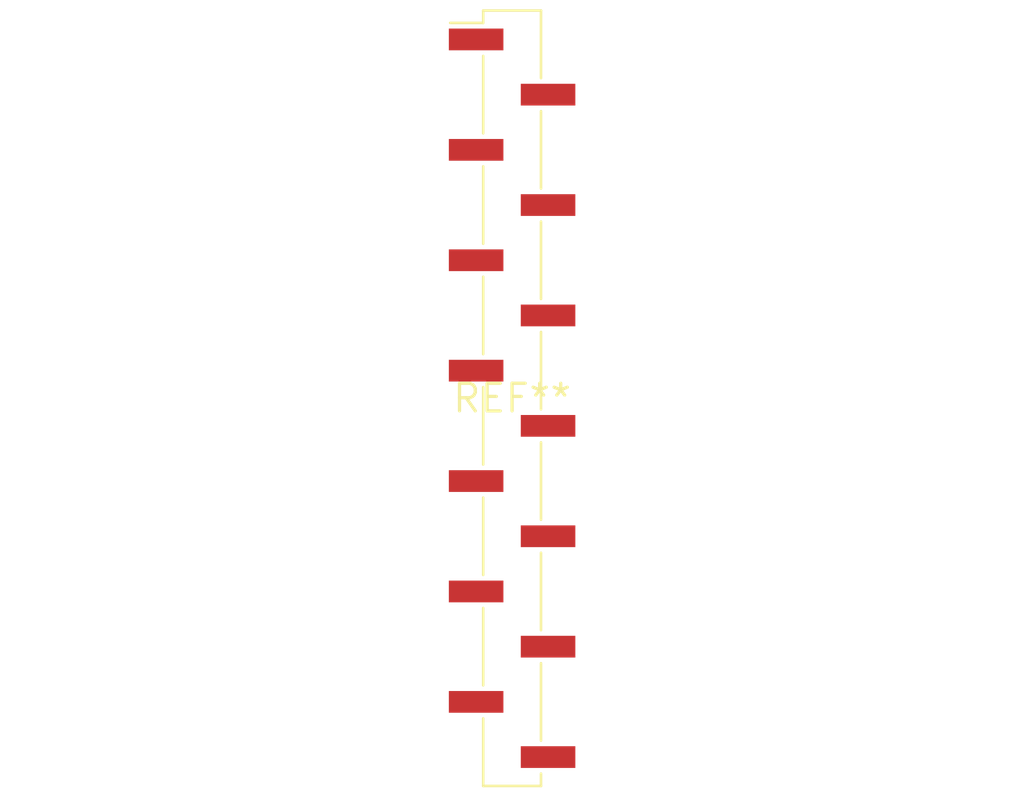
<source format=kicad_pcb>
(kicad_pcb (version 20240108) (generator pcbnew)
  (layers (0 "F.Cu" signal) (31 "B.Cu" signal) (34 "B.Paste" user) (35 "F.Paste" user) (36 "B.SilkS" user "B.Silkscreen") (37 "F.SilkS" user "F.Silkscreen") (38 "B.Mask" user) (39 "F.Mask" user) (44 "Edge.Cuts" user))
  (net 0 "")
  (footprint "PinHeader_1x14_P2.54mm_Vertical_SMD_Pin1Left" (layer "F.Cu") (at 0 0)
    (property "Reference" "REF**")
    (property "Value" "PinHeader_1x14_P2.54mm_Vertical_SMD_Pin1Left")
    (fp_line (start -1.33 -17.84) (end -1.33 -17.27) (layer "F.SilkS") (stroke (width 0.12)))
    (fp_line (start -1.33 -17.84) (end 1.33 -17.84) (layer "F.SilkS") (stroke (width 0.12)))
    (fp_line (start -1.33 -17.27) (end -2.85 -17.27) (layer "F.SilkS") (stroke (width 0.12)))
    (fp_line (start -1.33 -15.75) (end -1.33 -12.19) (layer "F.SilkS") (stroke (width 0.12)))
    (fp_line (start -1.33 -10.67) (end -1.33 -7.11) (layer "F.SilkS") (stroke (width 0.12)))
    (fp_line (start -1.33 -5.59) (end -1.33 -2.03) (layer "F.SilkS") (stroke (width 0.12)))
    (fp_line (start -1.33 -0.51) (end -1.33 3.05) (layer "F.SilkS") (stroke (width 0.12)))
    (fp_line (start -1.33 4.57) (end -1.33 8.13) (layer "F.SilkS") (stroke (width 0.12)))
    (fp_line (start -1.33 9.65) (end -1.33 13.21) (layer "F.SilkS") (stroke (width 0.12)))
    (fp_line (start -1.33 14.73) (end -1.33 17.84) (layer "F.SilkS") (stroke (width 0.12)))
    (fp_line (start -1.33 17.84) (end 1.33 17.84) (layer "F.SilkS") (stroke (width 0.12)))
    (fp_line (start 1.33 -17.84) (end 1.33 -14.73) (layer "F.SilkS") (stroke (width 0.12)))
    (fp_line (start 1.33 -13.21) (end 1.33 -9.65) (layer "F.SilkS") (stroke (width 0.12)))
    (fp_line (start 1.33 -8.13) (end 1.33 -4.57) (layer "F.SilkS") (stroke (width 0.12)))
    (fp_line (start 1.33 -3.05) (end 1.33 0.51) (layer "F.SilkS") (stroke (width 0.12)))
    (fp_line (start 1.33 2.03) (end 1.33 5.59) (layer "F.SilkS") (stroke (width 0.12)))
    (fp_line (start 1.33 7.11) (end 1.33 10.67) (layer "F.SilkS") (stroke (width 0.12)))
    (fp_line (start 1.33 12.19) (end 1.33 15.75) (layer "F.SilkS") (stroke (width 0.12)))
    (fp_line (start 1.33 17.27) (end 1.33 17.84) (layer "F.SilkS") (stroke (width 0.12)))
    (pad "1" smd rect (at -1.655 -16.51) (size 2.51 1) (layers "F.Cu" "F.Paste" "F.Mask"))
    (pad "2" smd rect (at 1.655 -13.97) (size 2.51 1) (layers "F.Cu" "F.Paste" "F.Mask"))
    (pad "3" smd rect (at -1.655 -11.43) (size 2.51 1) (layers "F.Cu" "F.Paste" "F.Mask"))
    (pad "4" smd rect (at 1.655 -8.89) (size 2.51 1) (layers "F.Cu" "F.Paste" "F.Mask"))
    (pad "5" smd rect (at -1.655 -6.35) (size 2.51 1) (layers "F.Cu" "F.Paste" "F.Mask"))
    (pad "6" smd rect (at 1.655 -3.81) (size 2.51 1) (layers "F.Cu" "F.Paste" "F.Mask"))
    (pad "7" smd rect (at -1.655 -1.27) (size 2.51 1) (layers "F.Cu" "F.Paste" "F.Mask"))
    (pad "8" smd rect (at 1.655 1.27) (size 2.51 1) (layers "F.Cu" "F.Paste" "F.Mask"))
    (pad "9" smd rect (at -1.655 3.81) (size 2.51 1) (layers "F.Cu" "F.Paste" "F.Mask"))
    (pad "10" smd rect (at 1.655 6.35) (size 2.51 1) (layers "F.Cu" "F.Paste" "F.Mask"))
    (pad "11" smd rect (at -1.655 8.89) (size 2.51 1) (layers "F.Cu" "F.Paste" "F.Mask"))
    (pad "12" smd rect (at 1.655 11.43) (size 2.51 1) (layers "F.Cu" "F.Paste" "F.Mask"))
    (pad "13" smd rect (at -1.655 13.97) (size 2.51 1) (layers "F.Cu" "F.Paste" "F.Mask"))
    (pad "14" smd rect (at 1.655 16.51) (size 2.51 1) (layers "F.Cu" "F.Paste" "F.Mask"))
  )
)
</source>
